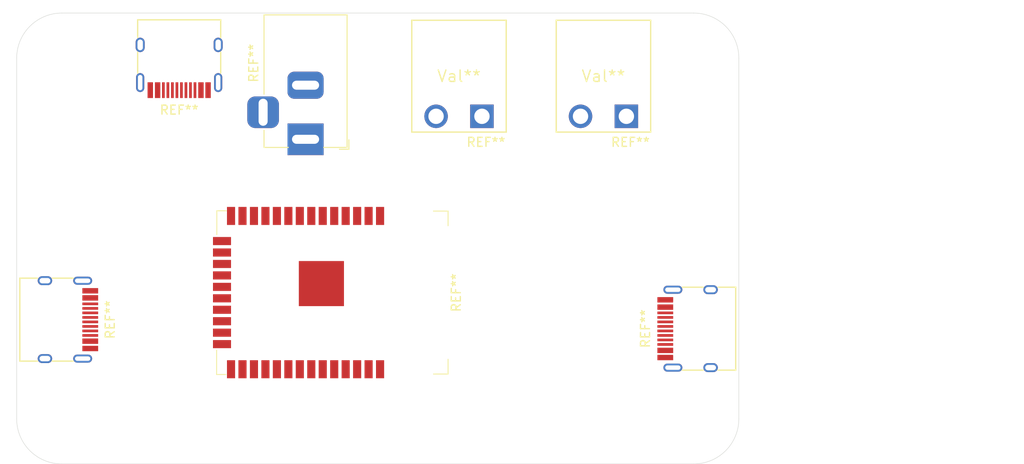
<source format=kicad_pcb>
(kicad_pcb (version 20171130) (host pcbnew 5.1.10-88a1d61d58~90~ubuntu20.04.1)

  (general
    (thickness 1.6)
    (drawings 13)
    (tracks 0)
    (zones 0)
    (modules 11)
    (nets 1)
  )

  (page User 215.9 139.7)
  (layers
    (0 F.Cu signal)
    (31 B.Cu signal)
    (32 B.Adhes user)
    (33 F.Adhes user)
    (34 B.Paste user)
    (35 F.Paste user)
    (36 B.SilkS user)
    (37 F.SilkS user)
    (38 B.Mask user)
    (39 F.Mask user)
    (40 Dwgs.User user)
    (41 Cmts.User user)
    (42 Eco1.User user)
    (43 Eco2.User user)
    (44 Edge.Cuts user)
    (45 Margin user)
    (46 B.CrtYd user)
    (47 F.CrtYd user)
    (48 B.Fab user)
    (49 F.Fab user)
  )

  (setup
    (last_trace_width 0.25)
    (trace_clearance 0.2)
    (zone_clearance 0.508)
    (zone_45_only no)
    (trace_min 0.2)
    (via_size 0.8)
    (via_drill 0.4)
    (via_min_size 0.4)
    (via_min_drill 0.3)
    (uvia_size 0.3)
    (uvia_drill 0.1)
    (uvias_allowed no)
    (uvia_min_size 0.2)
    (uvia_min_drill 0.1)
    (edge_width 0.05)
    (segment_width 0.2)
    (pcb_text_width 0.3)
    (pcb_text_size 1.5 1.5)
    (mod_edge_width 0.12)
    (mod_text_size 1 1)
    (mod_text_width 0.15)
    (pad_size 1.524 1.524)
    (pad_drill 0.762)
    (pad_to_mask_clearance 0)
    (aux_axis_origin 0 0)
    (grid_origin 80 80)
    (visible_elements FFFFFF7F)
    (pcbplotparams
      (layerselection 0x010fc_ffffffff)
      (usegerberextensions false)
      (usegerberattributes true)
      (usegerberadvancedattributes true)
      (creategerberjobfile true)
      (excludeedgelayer true)
      (linewidth 0.100000)
      (plotframeref false)
      (viasonmask false)
      (mode 1)
      (useauxorigin false)
      (hpglpennumber 1)
      (hpglpenspeed 20)
      (hpglpendiameter 15.000000)
      (psnegative false)
      (psa4output false)
      (plotreference true)
      (plotvalue true)
      (plotinvisibletext false)
      (padsonsilk false)
      (subtractmaskfromsilk false)
      (outputformat 1)
      (mirror false)
      (drillshape 1)
      (scaleselection 1)
      (outputdirectory ""))
  )

  (net 0 "")

  (net_class Default "This is the default net class."
    (clearance 0.2)
    (trace_width 0.25)
    (via_dia 0.8)
    (via_drill 0.4)
    (uvia_dia 0.3)
    (uvia_drill 0.1)
  )

  (module 2EDGK.pretty:degson-2EDGR-5.08-02P-14-00AH-0-0-0 (layer F.Cu) (tedit 61643B22) (tstamp 616521C2)
    (at 129 37 180)
    (tags "degson-2EDGR 2EDGR")
    (fp_text reference REF** (at -5.23 -7.325) (layer F.SilkS)
      (effects (font (size 1 1) (thickness 0.15)) (justify right))
    )
    (fp_text value Val** (at 0 0) (layer F.SilkS)
      (effects (font (size 1.27 1.27) (thickness 0.15)))
    )
    (fp_line (start -5.23 6.2) (end -5.23 -6.2) (layer F.Fab) (width 0.15))
    (fp_line (start -5.23 -6.2) (end 5.23 -6.2) (layer F.Fab) (width 0.15))
    (fp_line (start 5.23 -6.2) (end 5.23 6.2) (layer F.Fab) (width 0.15))
    (fp_line (start 5.23 6.2) (end -5.23 6.2) (layer F.Fab) (width 0.15))
    (fp_line (start -5.23 -6.2) (end 5.23 -6.2) (layer F.SilkS) (width 0.15))
    (fp_line (start 5.23 6.2) (end 5.23 -6.2) (layer F.SilkS) (width 0.15))
    (fp_line (start -5.23 6.2) (end 5.23 6.2) (layer F.SilkS) (width 0.15))
    (fp_line (start -5.23 6.2) (end -5.23 -6.2) (layer F.SilkS) (width 0.15))
    (fp_line (start 5.255 -6.225) (end 5.255 -6.225) (layer F.CrtYd) (width 0.15))
    (fp_line (start 5.255 -6.225) (end -5.255 -6.225) (layer F.CrtYd) (width 0.15))
    (fp_line (start -5.255 -6.225) (end -5.255 6.225) (layer F.CrtYd) (width 0.15))
    (fp_line (start -5.255 6.225) (end 5.255 6.225) (layer F.CrtYd) (width 0.15))
    (fp_line (start 5.255 6.225) (end 5.255 -6.225) (layer F.CrtYd) (width 0.15))
    (pad 1 thru_hole rect (at -2.54 -4.45 180) (size 2.6 2.6) (drill 1.7) (layers *.Cu))
    (pad 2 thru_hole circle (at 2.54 -4.45 180) (size 2.6 2.6) (drill 1.7) (layers *.Cu))
    (model ${KICAD_LIBRARY}/kicad-footprints/2EDGK.pretty/degson_-_2EDGR-5.08-02P-14-00AH.step
      (at (xyz 0 0 0))
      (scale (xyz 1 1 1))
      (rotate (xyz 0 0 0))
    )
  )

  (module 2EDGK.pretty:degson-2EDGR-5.08-02P-14-00AH-0-0-0 (layer F.Cu) (tedit 61643B22) (tstamp 61652177)
    (at 145 37 180)
    (tags "degson-2EDGR 2EDGR")
    (fp_text reference REF** (at -5.23 -7.325) (layer F.SilkS)
      (effects (font (size 1 1) (thickness 0.15)) (justify right))
    )
    (fp_text value Val** (at 0 0) (layer F.SilkS)
      (effects (font (size 1.27 1.27) (thickness 0.15)))
    )
    (fp_line (start -5.23 6.2) (end -5.23 -6.2) (layer F.Fab) (width 0.15))
    (fp_line (start -5.23 -6.2) (end 5.23 -6.2) (layer F.Fab) (width 0.15))
    (fp_line (start 5.23 -6.2) (end 5.23 6.2) (layer F.Fab) (width 0.15))
    (fp_line (start 5.23 6.2) (end -5.23 6.2) (layer F.Fab) (width 0.15))
    (fp_line (start -5.23 -6.2) (end 5.23 -6.2) (layer F.SilkS) (width 0.15))
    (fp_line (start 5.23 6.2) (end 5.23 -6.2) (layer F.SilkS) (width 0.15))
    (fp_line (start -5.23 6.2) (end 5.23 6.2) (layer F.SilkS) (width 0.15))
    (fp_line (start -5.23 6.2) (end -5.23 -6.2) (layer F.SilkS) (width 0.15))
    (fp_line (start 5.255 -6.225) (end 5.255 -6.225) (layer F.CrtYd) (width 0.15))
    (fp_line (start 5.255 -6.225) (end -5.255 -6.225) (layer F.CrtYd) (width 0.15))
    (fp_line (start -5.255 -6.225) (end -5.255 6.225) (layer F.CrtYd) (width 0.15))
    (fp_line (start -5.255 6.225) (end 5.255 6.225) (layer F.CrtYd) (width 0.15))
    (fp_line (start 5.255 6.225) (end 5.255 -6.225) (layer F.CrtYd) (width 0.15))
    (pad 2 thru_hole circle (at 2.54 -4.45 180) (size 2.6 2.6) (drill 1.7) (layers *.Cu))
    (pad 1 thru_hole rect (at -2.54 -4.45 180) (size 2.6 2.6) (drill 1.7) (layers *.Cu))
    (model ${KICAD_LIBRARY}/kicad-footprints/2EDGK.pretty/degson_-_2EDGR-5.08-02P-14-00AH.step
      (at (xyz 0 0 0))
      (scale (xyz 1 1 1))
      (rotate (xyz 0 0 0))
    )
  )

  (module ESP32-WROOM-32D:ESP32-WROOM-32D (layer F.Cu) (tedit 61642E4F) (tstamp 6164A6AB)
    (at 112 61 270)
    (fp_text reference REF** (at 0.01 -16.69 90) (layer F.SilkS)
      (effects (font (size 1 1) (thickness 0.15)))
    )
    (fp_text value ESP32-WROOM-32D (at 0 11.88 90) (layer F.Fab)
      (effects (font (size 1 1) (thickness 0.15)))
    )
    (fp_line (start 9 -15.748) (end 9 9.755) (layer F.Fab) (width 0.1))
    (fp_line (start -9 -15.745) (end 9 -15.745) (layer F.Fab) (width 0.1))
    (fp_line (start -9 -15.748) (end -9 9.755) (layer F.Fab) (width 0.1))
    (fp_line (start -9 9.755) (end 9 9.755) (layer F.Fab) (width 0.1))
    (fp_line (start -9.07 9.83) (end -6.42 9.83) (layer F.SilkS) (width 0.1))
    (fp_line (start -9.07 8.78) (end -9.07 9.83) (layer F.SilkS) (width 0.1))
    (fp_line (start 9.08 9.85) (end 6.38 9.85) (layer F.SilkS) (width 0.1))
    (fp_line (start 9.08 8.81) (end 9.08 9.85) (layer F.SilkS) (width 0.1))
    (fp_line (start -9.04 -15.79) (end -7.41 -15.79) (layer F.SilkS) (width 0.1))
    (fp_line (start -9.04 -14.16) (end -9.04 -15.79) (layer F.SilkS) (width 0.1))
    (fp_line (start 9.03 -15.79) (end 7.39 -15.79) (layer F.SilkS) (width 0.1))
    (fp_line (start 9.03 -14.17) (end 9.03 -15.79) (layer F.SilkS) (width 0.1))
    (fp_line (start 9.74 -16.04) (end -9.74 -16.04) (layer F.CrtYd) (width 0.1))
    (fp_line (start -9.77 -16.04) (end -9.77 10.47) (layer F.CrtYd) (width 0.1))
    (fp_line (start -9.77 10.47) (end 9.73 10.46) (layer F.CrtYd) (width 0.1))
    (fp_line (start 9.74 10.46) (end 9.74 -16.02) (layer F.CrtYd) (width 0.1))
    (fp_text user REF** (at 0.01 -5.37 90) (layer F.Fab)
      (effects (font (size 1 1) (thickness 0.15)))
    )
    (pad 39 smd rect (at -1 -1.755 270) (size 5 5) (layers F.Cu F.Paste F.Mask))
    (pad 25 smd rect (at 8.5 8.255 270) (size 2 0.9) (layers F.Cu F.Paste F.Mask))
    (pad 26 smd rect (at 8.5 6.985 270) (size 2 0.9) (layers F.Cu F.Paste F.Mask))
    (pad 27 smd rect (at 8.5 5.715 270) (size 2 0.9) (layers F.Cu F.Paste F.Mask))
    (pad 28 smd rect (at 8.5 4.445 270) (size 2 0.9) (layers F.Cu F.Paste F.Mask))
    (pad 29 smd rect (at 8.5 3.175 270) (size 2 0.9) (layers F.Cu F.Paste F.Mask))
    (pad 30 smd rect (at 8.5 1.905 270) (size 2 0.9) (layers F.Cu F.Paste F.Mask))
    (pad 31 smd rect (at 8.5 0.635 270) (size 2 0.9) (layers F.Cu F.Paste F.Mask))
    (pad 32 smd rect (at 8.5 -0.635 270) (size 2 0.9) (layers F.Cu F.Paste F.Mask))
    (pad 33 smd rect (at 8.5 -1.905 270) (size 2 0.9) (layers F.Cu F.Paste F.Mask))
    (pad 34 smd rect (at 8.5 -3.175 270) (size 2 0.9) (layers F.Cu F.Paste F.Mask))
    (pad 35 smd rect (at 8.5 -4.445 270) (size 2 0.9) (layers F.Cu F.Paste F.Mask))
    (pad 36 smd rect (at 8.5 -5.715 270) (size 2 0.9) (layers F.Cu F.Paste F.Mask))
    (pad 37 smd rect (at 8.5 -6.985 270) (size 2 0.9) (layers F.Cu F.Paste F.Mask))
    (pad 38 smd rect (at 8.5 -8.255 270) (size 2 0.9) (layers F.Cu F.Paste F.Mask))
    (pad 14 smd rect (at -8.5 8.255 270) (size 2 0.9) (layers F.Cu F.Paste F.Mask))
    (pad 13 smd rect (at -8.5 6.985 270) (size 2 0.9) (layers F.Cu F.Paste F.Mask))
    (pad 12 smd rect (at -8.5 5.715 270) (size 2 0.9) (layers F.Cu F.Paste F.Mask))
    (pad 11 smd rect (at -8.5 4.445 270) (size 2 0.9) (layers F.Cu F.Paste F.Mask))
    (pad 10 smd rect (at -8.5 3.175 270) (size 2 0.9) (layers F.Cu F.Paste F.Mask))
    (pad 9 smd rect (at -8.5 1.905 270) (size 2 0.9) (layers F.Cu F.Paste F.Mask))
    (pad 8 smd rect (at -8.5 0.635 270) (size 2 0.9) (layers F.Cu F.Paste F.Mask))
    (pad 7 smd rect (at -8.5 -0.635 270) (size 2 0.9) (layers F.Cu F.Paste F.Mask))
    (pad 6 smd rect (at -8.5 -1.905 270) (size 2 0.9) (layers F.Cu F.Paste F.Mask))
    (pad 5 smd rect (at -8.5 -3.175 270) (size 2 0.9) (layers F.Cu F.Paste F.Mask))
    (pad 4 smd rect (at -8.5 -4.445 270) (size 2 0.9) (layers F.Cu F.Paste F.Mask))
    (pad 3 smd rect (at -8.5 -5.715 270) (size 2 0.9) (layers F.Cu F.Paste F.Mask))
    (pad 2 smd rect (at -8.5 -6.985 270) (size 2 0.9) (layers F.Cu F.Paste F.Mask))
    (pad 24 smd rect (at 5.715 9.255) (size 2 0.9) (layers F.Cu F.Paste F.Mask))
    (pad 23 smd rect (at 4.445 9.255) (size 2 0.9) (layers F.Cu F.Paste F.Mask))
    (pad 22 smd rect (at 3.175 9.255) (size 2 0.9) (layers F.Cu F.Paste F.Mask))
    (pad 21 smd rect (at 1.905 9.255) (size 2 0.9) (layers F.Cu F.Paste F.Mask))
    (pad 20 smd rect (at 0.635 9.255) (size 2 0.9) (layers F.Cu F.Paste F.Mask))
    (pad 19 smd rect (at -0.635 9.255) (size 2 0.9) (layers F.Cu F.Paste F.Mask))
    (pad 18 smd rect (at -1.905 9.255) (size 2 0.9) (layers F.Cu F.Paste F.Mask))
    (pad 17 smd rect (at -3.175 9.255) (size 2 0.9) (layers F.Cu F.Paste F.Mask))
    (pad 16 smd rect (at -4.445 9.255) (size 2 0.9) (layers F.Cu F.Paste F.Mask))
    (pad 15 smd rect (at -5.715 9.255) (size 2 0.9) (layers F.Cu F.Paste F.Mask))
    (pad 1 smd rect (at -8.5 -8.255 270) (size 2 0.9) (layers F.Cu F.Paste F.Mask))
    (model ${KICAD_LIBRARY}/kicad-footprints/ESP32-WROOM-32D.pretty/KiCAD-ESP-WROOM-32.step
      (at (xyz 0 0 0))
      (scale (xyz 1 1 1))
      (rotate (xyz 0 0 0))
    )
  )

  (module DC_JACK:DC_JACK (layer F.Cu) (tedit 61642CD9) (tstamp 61649E2F)
    (at 112 44 270)
    (descr DC_JACK)
    (tags "DC_JACK DC-005G")
    (fp_text reference REF** (at -8.45 5.75 90) (layer F.SilkS)
      (effects (font (size 1 1) (thickness 0.15)))
    )
    (fp_text value DC_JACK (at -6.2 -5.5 90) (layer F.Fab)
      (effects (font (size 1 1) (thickness 0.15)))
    )
    (fp_line (start 0 -4.5) (end -13.7 -4.5) (layer F.Fab) (width 0.1))
    (fp_line (start 0.8 4.5) (end 0.8 -3.75) (layer F.Fab) (width 0.1))
    (fp_line (start -13.7 4.5) (end 0.8 4.5) (layer F.Fab) (width 0.1))
    (fp_line (start -13.7 -4.5) (end -13.7 4.5) (layer F.Fab) (width 0.1))
    (fp_line (start -10.2 -4.5) (end -10.2 4.5) (layer F.Fab) (width 0.1))
    (fp_line (start 0.9 -4.6) (end 0.9 -2) (layer F.SilkS) (width 0.12))
    (fp_line (start -13.8 -4.6) (end 0.9 -4.6) (layer F.SilkS) (width 0.12))
    (fp_line (start 0.9 4.6) (end -1 4.6) (layer F.SilkS) (width 0.12))
    (fp_line (start 0.9 1.9) (end 0.9 4.6) (layer F.SilkS) (width 0.12))
    (fp_line (start -13.8 4.6) (end -13.8 -4.6) (layer F.SilkS) (width 0.12))
    (fp_line (start -5 4.6) (end -13.8 4.6) (layer F.SilkS) (width 0.12))
    (fp_line (start -14 4.75) (end -14 -4.75) (layer F.CrtYd) (width 0.05))
    (fp_line (start -5 4.75) (end -14 4.75) (layer F.CrtYd) (width 0.05))
    (fp_line (start -5 6.75) (end -5 4.75) (layer F.CrtYd) (width 0.05))
    (fp_line (start -1 6.75) (end -5 6.75) (layer F.CrtYd) (width 0.05))
    (fp_line (start -1 4.75) (end -1 6.75) (layer F.CrtYd) (width 0.05))
    (fp_line (start 1 4.75) (end -1 4.75) (layer F.CrtYd) (width 0.05))
    (fp_line (start 1 2) (end 1 4.75) (layer F.CrtYd) (width 0.05))
    (fp_line (start 2 2) (end 1 2) (layer F.CrtYd) (width 0.05))
    (fp_line (start 2 -2) (end 2 2) (layer F.CrtYd) (width 0.05))
    (fp_line (start 1 -2) (end 2 -2) (layer F.CrtYd) (width 0.05))
    (fp_line (start 1 -4.5) (end 1 -2) (layer F.CrtYd) (width 0.05))
    (fp_line (start 1 -4.75) (end -14 -4.75) (layer F.CrtYd) (width 0.05))
    (fp_line (start 1 -4.5) (end 1 -4.75) (layer F.CrtYd) (width 0.05))
    (fp_line (start 0.05 -4.8) (end 1.1 -4.8) (layer F.SilkS) (width 0.12))
    (fp_line (start 1.1 -3.75) (end 1.1 -4.8) (layer F.SilkS) (width 0.12))
    (fp_line (start -0.003213 -4.505425) (end 0.8 -3.75) (layer F.Fab) (width 0.1))
    (fp_text user %R (at -3 -2.95 90) (layer F.Fab)
      (effects (font (size 1 1) (thickness 0.15)))
    )
    (pad 1 thru_hole rect (at 0 0 270) (size 3.5 4) (drill oval 1 3) (layers *.Cu *.Mask))
    (pad 2 thru_hole roundrect (at -6 0 270) (size 3 4) (drill oval 1 3) (layers *.Cu *.Mask) (roundrect_rratio 0.25))
    (pad 3 thru_hole roundrect (at -3 4.7 270) (size 3.5 3.5) (drill oval 3 1) (layers *.Cu *.Mask) (roundrect_rratio 0.25))
    (model ${KISYS3DMOD}/Connector_BarrelJack.3dshapes/BarrelJack_Horizontal.wrl
      (at (xyz 0 0 0))
      (scale (xyz 1 1 1))
      (rotate (xyz 0 0 0))
    )
    (model ${KICAD_LIBRARY}/kicad-footprints/DC_JACK.pretty/CUI_PJ-102A.STEP
      (offset (xyz -6 0 0))
      (scale (xyz 1 1 1))
      (rotate (xyz -90 0 -90))
    )
  )

  (module footprint:USBC_16PIN (layer F.Cu) (tedit 61472A30) (tstamp 616370FB)
    (at 98 35.4 180)
    (descr "USB TYPE C, RA RCPT PCB, SMT, https://github.com/arturo182/GT-USB-7010/raw/master/GT-USB-7010.pdf")
    (tags "USB C Type-C Receptacle SMD USBC_16PIN")
    (fp_text reference REF** (at 0 -5.35) (layer F.SilkS)
      (effects (font (size 1 1) (thickness 0.15)))
    )
    (fp_text value USBC_16PIN (at 0 6) (layer F.Fab)
      (effects (font (size 1 1) (thickness 0.15)))
    )
    (fp_line (start -5 5.15) (end 5 5.15) (layer F.CrtYd) (width 0.12))
    (fp_line (start -5 -4.6) (end -5 5.15) (layer F.CrtYd) (width 0.12))
    (fp_line (start 5 -4.6) (end 5 5.15) (layer F.CrtYd) (width 0.12))
    (fp_line (start -5 -4.6) (end 5 -4.6) (layer F.CrtYd) (width 0.12))
    (fp_line (start 4.6 1.05) (end 4.6 -1.25) (layer F.SilkS) (width 0.15))
    (fp_line (start 4.6 4.65) (end 4.6 2.7) (layer F.SilkS) (width 0.15))
    (fp_line (start -4.6 1.05) (end -4.6 -1.25) (layer F.SilkS) (width 0.15))
    (fp_line (start -4.6 4.65) (end -4.6 2.7) (layer F.SilkS) (width 0.15))
    (fp_line (start 4.6 4.65) (end -4.6 4.65) (layer F.SilkS) (width 0.15))
    (fp_line (start -4.47 -3.425) (end -4.47 4.525) (layer F.Fab) (width 0.12))
    (fp_line (start 4.47 4.525) (end -4.47 4.525) (layer F.Fab) (width 0.12))
    (fp_line (start 4.47 -3.425) (end 4.47 4.525) (layer F.Fab) (width 0.12))
    (fp_line (start -4.47 -3.425) (end 4.47 -3.425) (layer F.Fab) (width 0.12))
    (fp_text user REF* (at 0 0) (layer F.Fab)
      (effects (font (size 1 1) (thickness 0.1)))
    )
    (pad GND smd rect (at 3.2004 -3.15 180) (size 0.6 1.75) (layers F.Cu F.Paste F.Mask)
      (clearance 0.05))
    (pad VBUS smd rect (at 2.3876 -3.15 180) (size 0.6 1.75) (layers F.Cu F.Paste F.Mask)
      (clearance 0.05))
    (pad VBUS smd rect (at -2.413 -3.15 180) (size 0.6 1.75) (layers F.Cu F.Paste F.Mask)
      (clearance 0.05))
    (pad GND smd rect (at -3.2004 -3.15 180) (size 0.6 1.75) (layers F.Cu F.Paste F.Mask)
      (clearance 0.05))
    (pad A6 smd rect (at -0.25 -3.15 180) (size 0.3 1.75) (layers F.Cu F.Paste F.Mask)
      (clearance 0.05))
    (pad A5 smd rect (at -1.25 -3.15 180) (size 0.3 1.75) (layers F.Cu F.Paste F.Mask)
      (clearance 0.05))
    (pad B8 smd rect (at -1.75 -3.15 180) (size 0.3 1.75) (layers F.Cu F.Paste F.Mask)
      (clearance 0.05))
    (pad B7 smd rect (at -0.75 -3.15 180) (size 0.3 1.75) (layers F.Cu F.Paste F.Mask)
      (clearance 0.05))
    (pad B5 smd rect (at 1.75 -3.15 180) (size 0.3 1.75) (layers F.Cu F.Paste F.Mask)
      (clearance 0.05))
    (pad A8 smd rect (at 1.25 -3.15 180) (size 0.3 1.75) (layers F.Cu F.Paste F.Mask)
      (clearance 0.05))
    (pad B6 smd rect (at 0.75 -3.15 180) (size 0.3 1.75) (layers F.Cu F.Paste F.Mask)
      (clearance 0.05))
    (pad A7 smd rect (at 0.25 -3.15 180) (size 0.3 1.75) (layers F.Cu F.Paste F.Mask)
      (clearance 0.05))
    (pad "" np_thru_hole circle (at 2.89 -1.81 180) (size 0.65 0.65) (drill 0.65) (layers *.Cu *.Mask))
    (pad "" np_thru_hole circle (at -2.89 -1.81 180) (size 0.65 0.65) (drill 0.65) (layers *.Cu *.Mask))
    (pad S1 thru_hole oval (at 4.32 -2.31 180) (size 0.9 2.1) (drill oval 0.5 1.7) (layers *.Cu *.Mask))
    (pad S1 thru_hole oval (at -4.32 -2.31 180) (size 0.9 2.1) (drill oval 0.5 1.7) (layers *.Cu *.Mask))
    (pad S1 thru_hole oval (at 4.32 1.87 180) (size 1 1.6) (drill oval 0.6 1.2) (layers *.Cu *.Mask))
    (pad S1 thru_hole oval (at -4.32 1.87 180) (size 1 1.6) (drill oval 0.6 1.2) (layers *.Cu *.Mask))
    (model ${KICAD_LIBRARY}/kicad-packages3d/USBC_16PIN.step
      (at (xyz 0 0 0))
      (scale (xyz 1 1 1))
      (rotate (xyz 0 0 0))
    )
  )

  (module footprint:USBC_16PIN (layer F.Cu) (tedit 61472A30) (tstamp 616370FB)
    (at 85 64 270)
    (descr "USB TYPE C, RA RCPT PCB, SMT, https://github.com/arturo182/GT-USB-7010/raw/master/GT-USB-7010.pdf")
    (tags "USB C Type-C Receptacle SMD USBC_16PIN")
    (fp_text reference REF** (at 0 -5.35 90) (layer F.SilkS)
      (effects (font (size 1 1) (thickness 0.15)))
    )
    (fp_text value USBC_16PIN (at 0 6 90) (layer F.Fab)
      (effects (font (size 1 1) (thickness 0.15)))
    )
    (fp_line (start -5 5.15) (end 5 5.15) (layer F.CrtYd) (width 0.12))
    (fp_line (start -5 -4.6) (end -5 5.15) (layer F.CrtYd) (width 0.12))
    (fp_line (start 5 -4.6) (end 5 5.15) (layer F.CrtYd) (width 0.12))
    (fp_line (start -5 -4.6) (end 5 -4.6) (layer F.CrtYd) (width 0.12))
    (fp_line (start 4.6 1.05) (end 4.6 -1.25) (layer F.SilkS) (width 0.15))
    (fp_line (start 4.6 4.65) (end 4.6 2.7) (layer F.SilkS) (width 0.15))
    (fp_line (start -4.6 1.05) (end -4.6 -1.25) (layer F.SilkS) (width 0.15))
    (fp_line (start -4.6 4.65) (end -4.6 2.7) (layer F.SilkS) (width 0.15))
    (fp_line (start 4.6 4.65) (end -4.6 4.65) (layer F.SilkS) (width 0.15))
    (fp_line (start -4.47 -3.425) (end -4.47 4.525) (layer F.Fab) (width 0.12))
    (fp_line (start 4.47 4.525) (end -4.47 4.525) (layer F.Fab) (width 0.12))
    (fp_line (start 4.47 -3.425) (end 4.47 4.525) (layer F.Fab) (width 0.12))
    (fp_line (start -4.47 -3.425) (end 4.47 -3.425) (layer F.Fab) (width 0.12))
    (fp_text user REF* (at 0 0 90) (layer F.Fab)
      (effects (font (size 1 1) (thickness 0.1)))
    )
    (pad GND smd rect (at 3.2004 -3.15 270) (size 0.6 1.75) (layers F.Cu F.Paste F.Mask)
      (clearance 0.05))
    (pad VBUS smd rect (at 2.3876 -3.15 270) (size 0.6 1.75) (layers F.Cu F.Paste F.Mask)
      (clearance 0.05))
    (pad VBUS smd rect (at -2.413 -3.15 270) (size 0.6 1.75) (layers F.Cu F.Paste F.Mask)
      (clearance 0.05))
    (pad GND smd rect (at -3.2004 -3.15 270) (size 0.6 1.75) (layers F.Cu F.Paste F.Mask)
      (clearance 0.05))
    (pad A6 smd rect (at -0.25 -3.15 270) (size 0.3 1.75) (layers F.Cu F.Paste F.Mask)
      (clearance 0.05))
    (pad A5 smd rect (at -1.25 -3.15 270) (size 0.3 1.75) (layers F.Cu F.Paste F.Mask)
      (clearance 0.05))
    (pad B8 smd rect (at -1.75 -3.15 270) (size 0.3 1.75) (layers F.Cu F.Paste F.Mask)
      (clearance 0.05))
    (pad B7 smd rect (at -0.75 -3.15 270) (size 0.3 1.75) (layers F.Cu F.Paste F.Mask)
      (clearance 0.05))
    (pad B5 smd rect (at 1.75 -3.15 270) (size 0.3 1.75) (layers F.Cu F.Paste F.Mask)
      (clearance 0.05))
    (pad A8 smd rect (at 1.25 -3.15 270) (size 0.3 1.75) (layers F.Cu F.Paste F.Mask)
      (clearance 0.05))
    (pad B6 smd rect (at 0.75 -3.15 270) (size 0.3 1.75) (layers F.Cu F.Paste F.Mask)
      (clearance 0.05))
    (pad A7 smd rect (at 0.25 -3.15 270) (size 0.3 1.75) (layers F.Cu F.Paste F.Mask)
      (clearance 0.05))
    (pad "" np_thru_hole circle (at 2.89 -1.81 270) (size 0.65 0.65) (drill 0.65) (layers *.Cu *.Mask))
    (pad "" np_thru_hole circle (at -2.89 -1.81 270) (size 0.65 0.65) (drill 0.65) (layers *.Cu *.Mask))
    (pad S1 thru_hole oval (at 4.32 -2.31 270) (size 0.9 2.1) (drill oval 0.5 1.7) (layers *.Cu *.Mask))
    (pad S1 thru_hole oval (at -4.32 -2.31 270) (size 0.9 2.1) (drill oval 0.5 1.7) (layers *.Cu *.Mask))
    (pad S1 thru_hole oval (at 4.32 1.87 270) (size 1 1.6) (drill oval 0.6 1.2) (layers *.Cu *.Mask))
    (pad S1 thru_hole oval (at -4.32 1.87 270) (size 1 1.6) (drill oval 0.6 1.2) (layers *.Cu *.Mask))
    (model ${KICAD_LIBRARY}/kicad-packages3d/USBC_16PIN.step
      (at (xyz 0 0 0))
      (scale (xyz 1 1 1))
      (rotate (xyz 0 0 0))
    )
  )

  (module footprint:USBC_16PIN (layer F.Cu) (tedit 61472A30) (tstamp 616370B1)
    (at 155 65 90)
    (descr "USB TYPE C, RA RCPT PCB, SMT, https://github.com/arturo182/GT-USB-7010/raw/master/GT-USB-7010.pdf")
    (tags "USB C Type-C Receptacle SMD USBC_16PIN")
    (fp_text reference REF** (at 0 -5.35 90) (layer F.SilkS)
      (effects (font (size 1 1) (thickness 0.15)))
    )
    (fp_text value USBC_16PIN (at 0 6 90) (layer F.Fab)
      (effects (font (size 1 1) (thickness 0.15)))
    )
    (fp_line (start -5 5.15) (end 5 5.15) (layer F.CrtYd) (width 0.12))
    (fp_line (start -5 -4.6) (end -5 5.15) (layer F.CrtYd) (width 0.12))
    (fp_line (start 5 -4.6) (end 5 5.15) (layer F.CrtYd) (width 0.12))
    (fp_line (start -5 -4.6) (end 5 -4.6) (layer F.CrtYd) (width 0.12))
    (fp_line (start 4.6 1.05) (end 4.6 -1.25) (layer F.SilkS) (width 0.15))
    (fp_line (start 4.6 4.65) (end 4.6 2.7) (layer F.SilkS) (width 0.15))
    (fp_line (start -4.6 1.05) (end -4.6 -1.25) (layer F.SilkS) (width 0.15))
    (fp_line (start -4.6 4.65) (end -4.6 2.7) (layer F.SilkS) (width 0.15))
    (fp_line (start 4.6 4.65) (end -4.6 4.65) (layer F.SilkS) (width 0.15))
    (fp_line (start -4.47 -3.425) (end -4.47 4.525) (layer F.Fab) (width 0.12))
    (fp_line (start 4.47 4.525) (end -4.47 4.525) (layer F.Fab) (width 0.12))
    (fp_line (start 4.47 -3.425) (end 4.47 4.525) (layer F.Fab) (width 0.12))
    (fp_line (start -4.47 -3.425) (end 4.47 -3.425) (layer F.Fab) (width 0.12))
    (fp_text user REF* (at 0 0 90) (layer F.Fab)
      (effects (font (size 1 1) (thickness 0.1)))
    )
    (pad S1 thru_hole oval (at -4.32 1.87 90) (size 1 1.6) (drill oval 0.6 1.2) (layers *.Cu *.Mask))
    (pad S1 thru_hole oval (at 4.32 1.87 90) (size 1 1.6) (drill oval 0.6 1.2) (layers *.Cu *.Mask))
    (pad S1 thru_hole oval (at -4.32 -2.31 90) (size 0.9 2.1) (drill oval 0.5 1.7) (layers *.Cu *.Mask))
    (pad S1 thru_hole oval (at 4.32 -2.31 90) (size 0.9 2.1) (drill oval 0.5 1.7) (layers *.Cu *.Mask))
    (pad "" np_thru_hole circle (at -2.89 -1.81 90) (size 0.65 0.65) (drill 0.65) (layers *.Cu *.Mask))
    (pad "" np_thru_hole circle (at 2.89 -1.81 90) (size 0.65 0.65) (drill 0.65) (layers *.Cu *.Mask))
    (pad A7 smd rect (at 0.25 -3.15 90) (size 0.3 1.75) (layers F.Cu F.Paste F.Mask)
      (clearance 0.05))
    (pad B6 smd rect (at 0.75 -3.15 90) (size 0.3 1.75) (layers F.Cu F.Paste F.Mask)
      (clearance 0.05))
    (pad A8 smd rect (at 1.25 -3.15 90) (size 0.3 1.75) (layers F.Cu F.Paste F.Mask)
      (clearance 0.05))
    (pad B5 smd rect (at 1.75 -3.15 90) (size 0.3 1.75) (layers F.Cu F.Paste F.Mask)
      (clearance 0.05))
    (pad B7 smd rect (at -0.75 -3.15 90) (size 0.3 1.75) (layers F.Cu F.Paste F.Mask)
      (clearance 0.05))
    (pad B8 smd rect (at -1.75 -3.15 90) (size 0.3 1.75) (layers F.Cu F.Paste F.Mask)
      (clearance 0.05))
    (pad A5 smd rect (at -1.25 -3.15 90) (size 0.3 1.75) (layers F.Cu F.Paste F.Mask)
      (clearance 0.05))
    (pad A6 smd rect (at -0.25 -3.15 90) (size 0.3 1.75) (layers F.Cu F.Paste F.Mask)
      (clearance 0.05))
    (pad GND smd rect (at -3.2004 -3.15 90) (size 0.6 1.75) (layers F.Cu F.Paste F.Mask)
      (clearance 0.05))
    (pad VBUS smd rect (at -2.413 -3.15 90) (size 0.6 1.75) (layers F.Cu F.Paste F.Mask)
      (clearance 0.05))
    (pad VBUS smd rect (at 2.3876 -3.15 90) (size 0.6 1.75) (layers F.Cu F.Paste F.Mask)
      (clearance 0.05))
    (pad GND smd rect (at 3.2004 -3.15 90) (size 0.6 1.75) (layers F.Cu F.Paste F.Mask)
      (clearance 0.05))
    (model ${KICAD_LIBRARY}/kicad-packages3d/USBC_16PIN.step
      (at (xyz 0 0 0))
      (scale (xyz 1 1 1))
      (rotate (xyz 0 0 0))
    )
  )

  (module footprint:MountingHole_2.7mm_M2.5,rpi_like locked (layer F.Cu) (tedit 5CD0070F) (tstamp 614E2B6A)
    (at 155 75)
    (descr "Mounting Hole 2.7mm, no annular, M2.5")
    (tags "mounting hole 2.7mm no annular m2.5")
    (path /614DED54)
    (attr virtual)
    (fp_text reference H4 (at 0 -3.7) (layer F.SilkS) hide
      (effects (font (size 1 1) (thickness 0.15)))
    )
    (fp_text value MountingHole (at 0 3.7) (layer F.Fab)
      (effects (font (size 1 1) (thickness 0.15)))
    )
    (fp_circle (center 0 0) (end 2.7 0) (layer Cmts.User) (width 0.15))
    (fp_circle (center 0 0) (end 2.95 0) (layer F.CrtYd) (width 0.05))
    (fp_circle (center 0 0) (end 1.905 0) (layer F.Mask) (width 1.2))
    (fp_circle (center 0 0) (end 1.905 0) (layer B.Mask) (width 1.2))
    (fp_text user %R (at 0.3 0) (layer F.Fab)
      (effects (font (size 1 1) (thickness 0.15)))
    )
    (pad "" np_thru_hole circle (at 0 0) (size 2.7 2.7) (drill 2.7) (layers *.Cu *.Mask)
      (solder_mask_margin 1.5) (clearance 1.5))
  )

  (module footprint:MountingHole_2.7mm_M2.5,rpi_like locked (layer F.Cu) (tedit 5CD0070F) (tstamp 614E2B60)
    (at 85 75)
    (descr "Mounting Hole 2.7mm, no annular, M2.5")
    (tags "mounting hole 2.7mm no annular m2.5")
    (path /614DED32)
    (attr virtual)
    (fp_text reference H3 (at 0 -3.7) (layer F.SilkS) hide
      (effects (font (size 1 1) (thickness 0.15)))
    )
    (fp_text value MountingHole (at 0 3.7) (layer F.Fab)
      (effects (font (size 1 1) (thickness 0.15)))
    )
    (fp_circle (center 0 0) (end 2.7 0) (layer Cmts.User) (width 0.15))
    (fp_circle (center 0 0) (end 2.95 0) (layer F.CrtYd) (width 0.05))
    (fp_circle (center 0 0) (end 1.905 0) (layer F.Mask) (width 1.2))
    (fp_circle (center 0 0) (end 1.905 0) (layer B.Mask) (width 1.2))
    (fp_text user %R (at 0.3 0) (layer F.Fab)
      (effects (font (size 1 1) (thickness 0.15)))
    )
    (pad "" np_thru_hole circle (at 0 0) (size 2.7 2.7) (drill 2.7) (layers *.Cu *.Mask)
      (solder_mask_margin 1.5) (clearance 1.5))
  )

  (module footprint:MountingHole_2.7mm_M2.5,rpi_like locked (layer F.Cu) (tedit 5CD0070F) (tstamp 6164B5BF)
    (at 155 35)
    (descr "Mounting Hole 2.7mm, no annular, M2.5")
    (tags "mounting hole 2.7mm no annular m2.5")
    (path /614DEA42)
    (attr virtual)
    (fp_text reference H2 (at 0 -3.7) (layer F.SilkS) hide
      (effects (font (size 1 1) (thickness 0.15)))
    )
    (fp_text value MountingHole (at 0 3.7) (layer F.Fab)
      (effects (font (size 1 1) (thickness 0.15)))
    )
    (fp_circle (center 0 0) (end 2.7 0) (layer Cmts.User) (width 0.15))
    (fp_circle (center 0 0) (end 2.95 0) (layer F.CrtYd) (width 0.05))
    (fp_circle (center 0 0) (end 1.905 0) (layer F.Mask) (width 1.2))
    (fp_circle (center 0 0) (end 1.905 0) (layer B.Mask) (width 1.2))
    (fp_text user %R (at 0.3 0) (layer F.Fab)
      (effects (font (size 1 1) (thickness 0.15)))
    )
    (pad "" np_thru_hole circle (at 0 0) (size 2.7 2.7) (drill 2.7) (layers *.Cu *.Mask)
      (solder_mask_margin 1.5) (clearance 1.5))
  )

  (module footprint:MountingHole_2.7mm_M2.5,rpi_like locked (layer F.Cu) (tedit 5CD0070F) (tstamp 614E2B4C)
    (at 85 35)
    (descr "Mounting Hole 2.7mm, no annular, M2.5")
    (tags "mounting hole 2.7mm no annular m2.5")
    (path /614DE67A)
    (attr virtual)
    (fp_text reference H1 (at 0 -3.7) (layer F.SilkS) hide
      (effects (font (size 1 1) (thickness 0.15)))
    )
    (fp_text value MountingHole (at 0 3.7) (layer F.Fab)
      (effects (font (size 1 1) (thickness 0.15)))
    )
    (fp_circle (center 0 0) (end 2.7 0) (layer Cmts.User) (width 0.15))
    (fp_circle (center 0 0) (end 2.95 0) (layer F.CrtYd) (width 0.05))
    (fp_circle (center 0 0) (end 1.905 0) (layer F.Mask) (width 1.2))
    (fp_circle (center 0 0) (end 1.905 0) (layer B.Mask) (width 1.2))
    (fp_text user %R (at 0.3 0) (layer F.Fab)
      (effects (font (size 1 1) (thickness 0.15)))
    )
    (pad "" np_thru_hole circle (at 0 0) (size 2.7 2.7) (drill 2.7) (layers *.Cu *.Mask)
      (solder_mask_margin 1.5) (clearance 1.5))
  )

  (gr_text "Fabrication Comments:" (at 165 32) (layer Cmts.User)
    (effects (font (size 1.5 1.5) (thickness 0.3)) (justify left))
  )
  (gr_line (start 155 30) (end 85 30) (layer Edge.Cuts) (width 0.05) (tstamp 614E2928))
  (gr_arc (start 155 35) (end 160 35) (angle -90) (layer Edge.Cuts) (width 0.05) (tstamp 614E2927))
  (gr_line (start 160 75) (end 160 35) (layer Edge.Cuts) (width 0.05) (tstamp 6164B560))
  (gr_arc (start 155 75) (end 155 80) (angle -90) (layer Edge.Cuts) (width 0.05) (tstamp 614E2927))
  (gr_line (start 85 80) (end 155 80) (layer Edge.Cuts) (width 0.05) (tstamp 614E2928))
  (gr_arc (start 85 75) (end 80 75) (angle -90) (layer Edge.Cuts) (width 0.05) (tstamp 614E2927))
  (gr_line (start 80 35) (end 80 75) (layer Edge.Cuts) (width 0.05))
  (gr_arc (start 85 35) (end 85 30) (angle -90) (layer Edge.Cuts) (width 0.05))
  (gr_line (start 80 30) (end 160 30) (layer Cmts.User) (width 0.01) (tstamp 614E2919))
  (gr_line (start 160 80) (end 160 30) (layer Cmts.User) (width 0.01))
  (gr_line (start 80 80) (end 160 80) (layer Cmts.User) (width 0.01))
  (gr_line (start 80 30) (end 80 80) (layer Cmts.User) (width 0.01))

)

</source>
